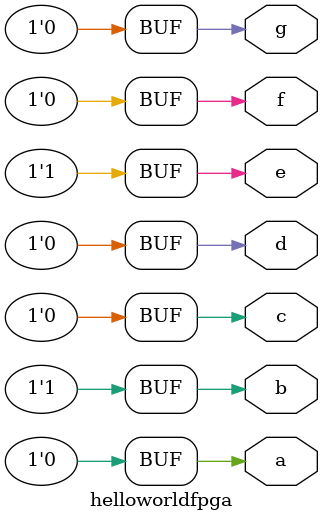
<source format=v>
/*Program for driving a seven segment display
January 18,2021
Code by G V V Sharma
Released under GNU GPL
*/

//declaring the blink module
module helloworldfpga(
                 output a,
                 output b,
                 output c,
             output d,
               output e,
              output f,
               output g

);

assign     a=0;
assign     b=1;
assign     c=0;
assign     d=0;
assign     e=1;
assign     f=0;
assign     g=0;
endmodule
//end of the module








</source>
